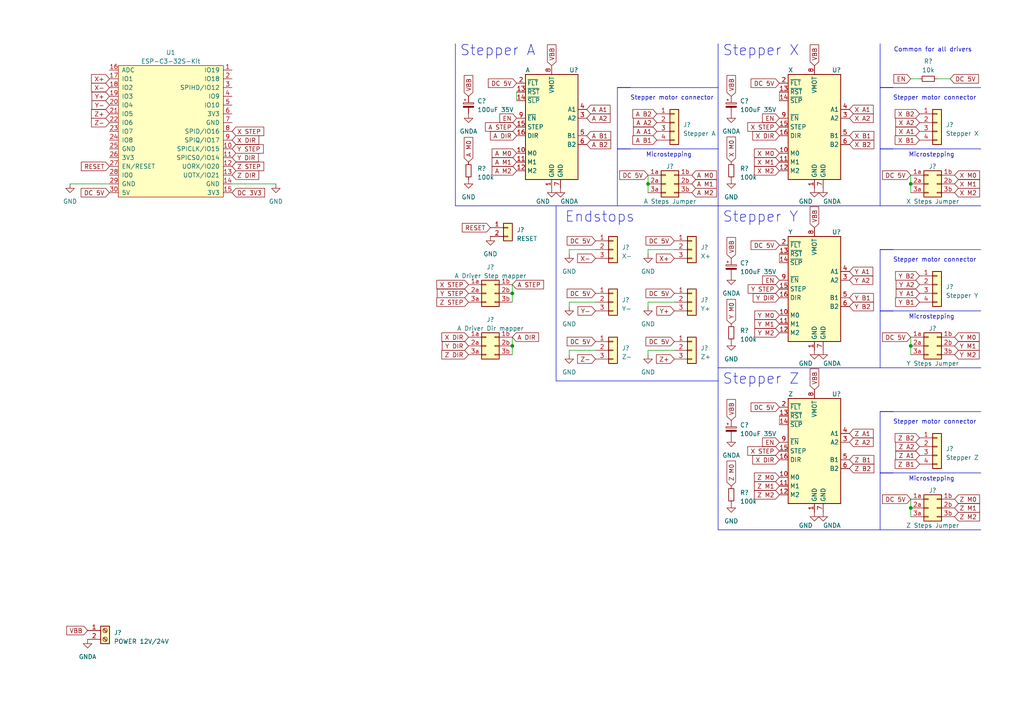
<source format=kicad_sch>
(kicad_sch (version 20220404) (generator eeschema)
  (paper "A4")
  (title_block (title "UniCNC") (date "2022-07-10") (rev "V1.0") (company "Author: i7d3v3l0p3r"))
  (lib_symbols
    (symbol "Connector:Screw_Terminal_01x02" (pin_names (offset 1.016) hide)
      (property "Reference" "J" (at 0 2.54 0))
      (property "Value" "Screw_Terminal_01x02" (at 0 -5.08 0))
      (symbol "Screw_Terminal_01x02_1_1"
        (rectangle (start -1.27 1.27) (end 1.27 -3.81) (stroke (width 0.254)) (fill (type background)))
        (circle (center 0 -2.54) (radius 0.635) (stroke (width 0.1524)))
        (polyline (pts (xy -0.5334 -2.2098) (xy 0.3302 -3.048)) (stroke (width 0.1524)))
        (polyline (pts (xy -0.5334 0.3302) (xy 0.3302 -0.508)) (stroke (width 0.1524)))
        (polyline (pts (xy -0.3556 -2.032) (xy 0.508 -2.8702)) (stroke (width 0.1524)))
        (polyline (pts (xy -0.3556 0.508) (xy 0.508 -0.3302)) (stroke (width 0.1524)))
        (circle (center 0 0) (radius 0.635) (stroke (width 0.1524)))
        (pin passive line (at -5.08 0 0) (length 3.81) (name "Pin_1") (number "1"))
        (pin passive line (at -5.08 -2.54 0) (length 3.81) (name "Pin_2") (number "2"))
      )
    )
    (symbol "Connector_Generic:Conn_01x02" (pin_names (offset 1.016) hide)
      (property "Reference" "J" (at 0 2.54 0))
      (property "Value" "Conn_01x02" (at 0 -5.08 0))
      (symbol "Conn_01x02_1_1"
        (rectangle (start -1.27 -2.413) (end 0 -2.667) (stroke (width 0.1524)))
        (rectangle (start -1.27 0.127) (end 0 -0.127) (stroke (width 0.1524)))
        (rectangle (start -1.27 1.27) (end 1.27 -3.81) (stroke (width 0.254)) (fill (type background)))
        (pin passive line (at -5.08 0 0) (length 3.81) (name "Pin_1") (number "1"))
        (pin passive line (at -5.08 -2.54 0) (length 3.81) (name "Pin_2") (number "2"))
      )
    )
    (symbol "Connector_Generic:Conn_01x03" (pin_names (offset 1.016) hide)
      (property "Reference" "J" (at 0 5.08 0))
      (property "Value" "Conn_01x03" (at 0 -5.08 0))
      (symbol "Conn_01x03_1_1"
        (rectangle (start -1.27 -2.413) (end 0 -2.667) (stroke (width 0.1524)))
        (rectangle (start -1.27 0.127) (end 0 -0.127) (stroke (width 0.1524)))
        (rectangle (start -1.27 2.667) (end 0 2.413) (stroke (width 0.1524)))
        (rectangle (start -1.27 3.81) (end 1.27 -3.81) (stroke (width 0.254)) (fill (type background)))
        (pin passive line (at -5.08 2.54 0) (length 3.81) (name "Pin_1") (number "1"))
        (pin passive line (at -5.08 0 0) (length 3.81) (name "Pin_2") (number "2"))
        (pin passive line (at -5.08 -2.54 0) (length 3.81) (name "Pin_3") (number "3"))
      )
    )
    (symbol "Connector_Generic:Conn_01x04" (pin_names (offset 1.016) hide)
      (property "Reference" "J" (at 0 5.08 0))
      (property "Value" "Conn_01x04" (at 0 -7.62 0))
      (symbol "Conn_01x04_1_1"
        (rectangle (start -1.27 -4.953) (end 0 -5.207) (stroke (width 0.1524)))
        (rectangle (start -1.27 -2.413) (end 0 -2.667) (stroke (width 0.1524)))
        (rectangle (start -1.27 0.127) (end 0 -0.127) (stroke (width 0.1524)))
        (rectangle (start -1.27 2.667) (end 0 2.413) (stroke (width 0.1524)))
        (rectangle (start -1.27 3.81) (end 1.27 -6.35) (stroke (width 0.254)) (fill (type background)))
        (pin passive line (at -5.08 2.54 0) (length 3.81) (name "Pin_1") (number "1"))
        (pin passive line (at -5.08 0 0) (length 3.81) (name "Pin_2") (number "2"))
        (pin passive line (at -5.08 -2.54 0) (length 3.81) (name "Pin_3") (number "3"))
        (pin passive line (at -5.08 -5.08 0) (length 3.81) (name "Pin_4") (number "4"))
      )
    )
    (symbol "Connector_Generic:Conn_02x03_Row_Letter_Last" (pin_names (offset 1.016) hide)
      (property "Reference" "J" (at 1.27 5.08 0))
      (property "Value" "Conn_02x03_Row_Letter_Last" (at 1.27 -5.08 0))
      (symbol "Conn_02x03_Row_Letter_Last_1_1"
        (rectangle (start -1.27 -2.413) (end 0 -2.667) (stroke (width 0.1524)))
        (rectangle (start -1.27 0.127) (end 0 -0.127) (stroke (width 0.1524)))
        (rectangle (start -1.27 2.667) (end 0 2.413) (stroke (width 0.1524)))
        (rectangle (start -1.27 3.81) (end 3.81 -3.81) (stroke (width 0.254)) (fill (type background)))
        (rectangle (start 3.81 -2.413) (end 2.54 -2.667) (stroke (width 0.1524)))
        (rectangle (start 3.81 0.127) (end 2.54 -0.127) (stroke (width 0.1524)))
        (rectangle (start 3.81 2.667) (end 2.54 2.413) (stroke (width 0.1524)))
        (pin passive line (at -5.08 2.54 0) (length 3.81) (name "Pin_1a") (number "1a"))
        (pin passive line (at 7.62 2.54 180) (length 3.81) (name "Pin_1b") (number "1b"))
        (pin passive line (at -5.08 0 0) (length 3.81) (name "Pin_2a") (number "2a"))
        (pin passive line (at 7.62 0 180) (length 3.81) (name "Pin_2b") (number "2b"))
        (pin passive line (at -5.08 -2.54 0) (length 3.81) (name "Pin_3a") (number "3a"))
        (pin passive line (at 7.62 -2.54 180) (length 3.81) (name "Pin_3b") (number "3b"))
      )
    )
    (symbol "Device:C_Polarized_Small" (pin_numbers hide) (pin_names (offset 0.254) hide)
      (property "Reference" "C" (at 0.254 1.778 0))
      (property "Value" "C_Polarized_Small" (at 0.254 -2.032 0))
      (symbol "C_Polarized_Small_0_1"
        (rectangle (start -1.524 -0.3048) (end 1.524 -0.6858) (fill (type outline)))
        (rectangle (start -1.524 0.6858) (end 1.524 0.3048))
        (polyline (pts (xy -1.27 1.524) (xy -0.762 1.524)))
        (polyline (pts (xy -1.016 1.27) (xy -1.016 1.778)))
      )
      (symbol "C_Polarized_Small_1_1"
        (pin passive line (at 0 2.54 270) (length 1.8542) (name "~") (number "1"))
        (pin passive line (at 0 -2.54 90) (length 1.8542) (name "~") (number "2"))
      )
    )
    (symbol "Device:R_Small" (pin_numbers hide) (pin_names (offset 0.254) hide)
      (property "Reference" "R" (at 0.762 0.508 0))
      (property "Value" "R_Small" (at 0.762 -1.016 0))
      (symbol "R_Small_0_1"
        (rectangle (start -0.762 1.778) (end 0.762 -1.778) (stroke (width 0.2032)))
      )
      (symbol "R_Small_1_1"
        (pin passive line (at 0 2.54 270) (length 0.762) (name "~") (number "1"))
        (pin passive line (at 0 -2.54 90) (length 0.762) (name "~") (number "2"))
      )
    )
    (symbol "Driver_Motor:Pololu_Breakout_DRV8825"
      (property "Reference" "A" (at -2.54 16.51 0))
      (property "Value" "Pololu_Breakout_DRV8825" (at -2.54 13.97 0))
      (symbol "Pololu_Breakout_DRV8825_0_1"
        (rectangle (start 7.62 -17.78) (end -7.62 12.7) (stroke (width 0.254)) (fill (type background)))
      )
      (symbol "Pololu_Breakout_DRV8825_1_1"
        (pin power_in line (at 0 -20.32 90) (length 2.54) (name "GND") (number "1"))
        (pin input line (at -10.16 -10.16 0) (length 2.54) (name "M0") (number "10"))
        (pin input line (at -10.16 -12.7 0) (length 2.54) (name "M1") (number "11"))
        (pin input line (at -10.16 -15.24 0) (length 2.54) (name "M2") (number "12"))
        (pin input line (at -10.16 7.62 0) (length 2.54) (name "~{RST}") (number "13"))
        (pin input line (at -10.16 5.08 0) (length 2.54) (name "~{SLP}") (number "14"))
        (pin input line (at -10.16 -2.54 0) (length 2.54) (name "STEP") (number "15"))
        (pin input line (at -10.16 -5.08 0) (length 2.54) (name "DIR") (number "16"))
        (pin output line (at -10.16 10.16 0) (length 2.54) (name "~{FLT}") (number "2"))
        (pin output line (at 10.16 0 180) (length 2.54) (name "A2") (number "3"))
        (pin output line (at 10.16 2.54 180) (length 2.54) (name "A1") (number "4"))
        (pin output line (at 10.16 -5.08 180) (length 2.54) (name "B1") (number "5"))
        (pin output line (at 10.16 -7.62 180) (length 2.54) (name "B2") (number "6"))
        (pin power_in line (at 2.54 -20.32 90) (length 2.54) (name "GND") (number "7"))
        (pin power_in line (at 0 15.24 270) (length 2.54) (name "VMOT") (number "8"))
        (pin input line (at -10.16 0 0) (length 2.54) (name "~{EN}") (number "9"))
      )
    )
    (symbol "UniCNC-Boards:ESP-C3-32S-Kit" (pin_names (offset 1))
      (property "Reference" "U" (at 0 22.86 0))
      (property "Value" "ESP-C3-32S-Kit" (at 0 20.32 0))
      (symbol "ESP-C3-32S-Kit_0_1"
        (rectangle (start -15.24 19.05) (end 15.24 -19.05) (fill (type background)))
      )
      (symbol "ESP-C3-32S-Kit_1_1"
        (pin bidirectional line (at 17.78 17.78 180) (length 2.54) (name "IO19") (number "1"))
        (pin bidirectional line (at 17.78 -5.08 180) (length 2.54) (name "SPICLK/IO15") (number "10"))
        (pin bidirectional line (at 17.78 -7.62 180) (length 2.54) (name "SPICS0/IO14") (number "11"))
        (pin bidirectional line (at 17.78 -10.16 180) (length 2.54) (name "UORX/IO20") (number "12"))
        (pin bidirectional line (at 17.78 -12.7 180) (length 2.54) (name "UOTX/IO21") (number "13"))
        (pin bidirectional line (at 17.78 -15.24 180) (length 2.54) (name "GND") (number "14"))
        (pin bidirectional line (at 17.78 -17.78 180) (length 2.54) (name "3V3") (number "15"))
        (pin bidirectional line (at -17.78 17.78 0) (length 2.54) (name "ADC") (number "16"))
        (pin bidirectional line (at -17.78 15.24 0) (length 2.54) (name "IO1") (number "17"))
        (pin bidirectional line (at -17.78 12.7 0) (length 2.54) (name "IO2") (number "18"))
        (pin bidirectional line (at -17.78 10.16 0) (length 2.54) (name "IO3") (number "19"))
        (pin bidirectional line (at 17.78 15.24 180) (length 2.54) (name "IO18") (number "2"))
        (pin bidirectional line (at -17.78 7.62 0) (length 2.54) (name "IO4") (number "20"))
        (pin bidirectional line (at -17.78 5.08 0) (length 2.54) (name "IO5") (number "21"))
        (pin bidirectional line (at -17.78 2.54 0) (length 2.54) (name "IO6") (number "22"))
        (pin bidirectional line (at -17.78 0 0) (length 2.54) (name "IO7") (number "23"))
        (pin bidirectional line (at -17.78 -2.54 0) (length 2.54) (name "IO8") (number "24"))
        (pin bidirectional line (at -17.78 -5.08 0) (length 2.54) (name "GND") (number "25"))
        (pin bidirectional line (at -17.78 -7.62 0) (length 2.54) (name "3V3") (number "26"))
        (pin bidirectional line (at -17.78 -10.16 0) (length 2.54) (name "EN/RESET") (number "27"))
        (pin bidirectional line (at -17.78 -12.7 0) (length 2.54) (name "IO0") (number "28"))
        (pin bidirectional line (at -17.78 -15.24 0) (length 2.54) (name "GND") (number "29"))
        (pin bidirectional line (at 17.78 12.7 180) (length 2.54) (name "SPIHD/IO12") (number "3"))
        (pin bidirectional line (at -17.78 -17.78 0) (length 2.54) (name "5V") (number "30"))
        (pin bidirectional line (at 17.78 10.16 180) (length 2.54) (name "IO9") (number "4"))
        (pin bidirectional line (at 17.78 7.62 180) (length 2.54) (name "IO10") (number "5"))
        (pin bidirectional line (at 17.78 5.08 180) (length 2.54) (name "3V3") (number "6"))
        (pin bidirectional line (at 17.78 2.54 180) (length 2.54) (name "GND") (number "7"))
        (pin bidirectional line (at 17.78 0 180) (length 2.54) (name "SPID/IO16") (number "8"))
        (pin bidirectional line (at 17.78 -2.54 180) (length 2.54) (name "SPIQ/IO17") (number "9"))
      )
    )
    (symbol "power:GND" (power) (pin_names (offset 0))
      (property "Value" "GND" (at 0 -3.81 0))
      (symbol "GND_0_1"
        (polyline (pts (xy 0 0) (xy 0 -1.27) (xy 1.27 -1.27) (xy 0 -2.54) (xy -1.27 -1.27) (xy 0 -1.27)))
      )
      (symbol "GND_1_1"
        (pin power_in line (at 0 0 270) (length 0) hide (name "GND") (number "1"))
      )
    )
    (symbol "power:GNDA" (power) (pin_names (offset 0))
      (property "Value" "GNDA" (at 0 -3.81 0))
      (symbol "GNDA_0_1"
        (polyline (pts (xy 0 0) (xy 0 -1.27) (xy 1.27 -1.27) (xy 0 -2.54) (xy -1.27 -1.27) (xy 0 -1.27)))
      )
      (symbol "GNDA_1_1"
        (pin power_in line (at 0 0 270) (length 0) hide (name "GNDA") (number "1"))
      )
    )
  )
  (junction (at 148.59 100.33))
  (junction (at 264.16 53.34))
  (junction (at 264.16 100.33))
  (junction (at 264.16 147.32))
  (junction (at 148.59 85.09))
  (junction (at 187.96 53.34))
  (wire (pts (xy 264.16 50.8) (xy 264.16 53.34)))
  (polyline (pts (xy 179.07 43.18) (xy 182.88 43.18)))
  (wire (pts (xy 187.96 50.8) (xy 187.96 53.34)))
  (wire (pts (xy 264.16 97.79) (xy 264.16 100.33)))
  (wire (pts (xy 195.58 72.39) (xy 187.96 72.39)))
  (wire (pts (xy 148.59 100.33) (xy 148.59 102.87)))
  (polyline (pts (xy 208.28 25.4) (xy 179.07 25.4)))
  (wire (pts (xy 187.96 87.63) (xy 187.96 88.9)))
  (wire (pts (xy 264.16 147.32) (xy 264.16 149.86)))
  (polyline (pts (xy 179.07 43.18) (xy 179.07 59.69)))
  (wire (pts (xy 264.16 100.33) (xy 264.16 102.87)))
  (wire (pts (xy 148.59 82.55) (xy 148.59 85.09)))
  (wire (pts (xy 195.58 101.6) (xy 187.96 101.6)))
  (wire (pts (xy 67.31 53.34) (xy 80.01 53.34)))
  (wire (pts (xy 264.16 22.86) (xy 266.7 22.86)))
  (polyline (pts (xy 284.48 72.39) (xy 255.27 72.39)))
  (polyline (pts (xy 255.27 137.16) (xy 259.08 137.16)))
  (wire (pts (xy 264.16 53.34) (xy 264.16 55.88)))
  (polyline (pts (xy 284.48 119.38) (xy 255.27 119.38)))
  (wire (pts (xy 165.1 72.39) (xy 165.1 73.66)))
  (wire (pts (xy 149.86 26.67) (xy 149.86 29.21)))
  (polyline (pts (xy 208.28 153.67) (xy 284.48 153.67)) (stroke (width 0) (type solid)))
  (polyline (pts (xy 284.48 25.4) (xy 255.27 25.4)))
  (polyline (pts (xy 255.27 90.17) (xy 284.48 90.17)))
  (polyline (pts (xy 255.27 72.39) (xy 259.08 72.39)))
  (polyline (pts (xy 208.28 106.68) (xy 284.48 106.68)) (stroke (width 0) (type solid)))
  (wire (pts (xy 226.06 26.67) (xy 226.06 29.21)))
  (wire (pts (xy 187.96 101.6) (xy 187.96 102.87)))
  (polyline (pts (xy 179.07 43.18) (xy 208.28 43.18)))
  (polyline (pts (xy 255.27 12.7) (xy 255.27 25.4)))
  (polyline (pts (xy 255.27 43.18) (xy 284.48 43.18)))
  (wire (pts (xy 148.59 97.79) (xy 148.59 100.33)))
  (polyline (pts (xy 255.27 25.4) (xy 259.08 25.4)))
  (polyline (pts (xy 132.08 59.69) (xy 208.28 59.69)) (stroke (width 0) (type solid)))
  (polyline (pts (xy 255.27 72.39) (xy 255.27 90.17)))
  (polyline (pts (xy 161.29 59.69) (xy 161.29 110.49)) (stroke (width 0) (type solid)))
  (wire (pts (xy 172.72 101.6) (xy 165.1 101.6)))
  (polyline (pts (xy 179.07 25.4) (xy 179.07 43.18)))
  (wire (pts (xy 20.32 53.34) (xy 31.75 53.34)))
  (polyline (pts (xy 208.28 106.68) (xy 208.28 153.67)) (stroke (width 0) (type solid)))
  (polyline (pts (xy 255.27 119.38) (xy 259.08 119.38)))
  (polyline (pts (xy 255.27 43.18) (xy 259.08 43.18)))
  (wire (pts (xy 226.06 120.65) (xy 226.06 123.19)))
  (wire (pts (xy 165.1 101.6) (xy 165.1 102.87)))
  (polyline (pts (xy 255.27 90.17) (xy 259.08 90.17)))
  (polyline (pts (xy 255.27 119.38) (xy 255.27 137.16)))
  (polyline (pts (xy 255.27 43.18) (xy 255.27 59.69)))
  (polyline (pts (xy 208.28 59.69) (xy 208.28 106.68)) (stroke (width 0) (type solid)))
  (wire (pts (xy 187.96 72.39) (xy 187.96 73.66)))
  (wire (pts (xy 172.72 72.39) (xy 165.1 72.39)))
  (wire (pts (xy 264.16 144.78) (xy 264.16 147.32)))
  (wire (pts (xy 172.72 87.63) (xy 165.1 87.63)))
  (polyline (pts (xy 179.07 25.4) (xy 182.88 25.4)))
  (polyline (pts (xy 132.08 12.7) (xy 132.08 59.69)) (stroke (width 0) (type solid)))
  (wire (pts (xy 195.58 87.63) (xy 187.96 87.63)))
  (polyline (pts (xy 255.27 137.16) (xy 284.48 137.16)))
  (wire (pts (xy 165.1 87.63) (xy 165.1 88.9)))
  (polyline (pts (xy 208.28 12.7) (xy 208.28 59.69)) (stroke (width 0) (type solid)))
  (wire (pts (xy 226.06 73.66) (xy 226.06 76.2)))
  (polyline (pts (xy 255.27 25.4) (xy 255.27 43.18)))
  (polyline (pts (xy 255.27 137.16) (xy 255.27 153.67)))
  (wire (pts (xy 271.78 22.86) (xy 275.59 22.86)))
  (wire (pts (xy 187.96 53.34) (xy 187.96 55.88)))
  (polyline (pts (xy 255.27 90.17) (xy 255.27 106.68)))
  (wire (pts (xy 148.59 85.09) (xy 148.59 87.63)))
  (polyline (pts (xy 208.28 59.69) (xy 284.48 59.69)) (stroke (width 0) (type solid)))
  (polyline (pts (xy 161.29 110.49) (xy 208.28 110.49)) (stroke (width 0) (type solid)))
  (text "Microstepping\n" (at 200.66 45.72 0) (effects (font (size 1.27 1.27)) (justify right bottom)))
  (text "Stepper motor connector\n" (at 207.01 29.21 0) (effects (font (size 1.27 1.27)) (justify right bottom)))
  (text "Microstepping\n" (at 276.86 92.71 0) (effects (font (size 1.27 1.27)) (justify right bottom)))
  (text "Stepper motor connector\n" (at 283.21 29.21 0) (effects (font (size 1.27 1.27)) (justify right bottom)))
  (text "Common for all drivers" (at 281.94 15.24 0) (effects (font (size 1.27 1.27)) (justify right bottom)))
  (text "Microstepping\n" (at 276.86 139.7 0) (effects (font (size 1.27 1.27)) (justify right bottom)))
  (text "Stepper Z\n" (at 209.55 111.76 0) (effects (font (size 3 3)) (justify left bottom)))
  (text "Stepper Y" (at 209.55 64.77 0) (effects (font (size 3 3)) (justify left bottom)))
  (text "Stepper A\n" (at 133.35 16.51 0) (effects (font (size 3 3)) (justify left bottom)))
  (text "Endstops\n" (at 184.15 64.77 0) (effects (font (size 3 3)) (justify right bottom)))
  (text "Microstepping\n" (at 276.86 45.72 0) (effects (font (size 1.27 1.27)) (justify right bottom)))
  (text "Stepper motor connector\n" (at 283.21 123.19 0) (effects (font (size 1.27 1.27)) (justify right bottom)))
  (text "Stepper X\n" (at 209.55 16.51 0) (effects (font (size 3 3)) (justify left bottom)))
  (text "Stepper motor connector\n" (at 283.21 76.2 0) (effects (font (size 1.27 1.27)) (justify right bottom)))
  (global_label "EN" (shape input) (at 226.06 34.29 180) (property "Intersheetrefs" "${INTERSHEET_REFS}" (effects hide)))
  (global_label "Z+" (shape input) (at 31.75 33.02 180) (property "Intersheetrefs" "${INTERSHEET_REFS}" (effects hide)))
  (global_label "Y M0" (shape input) (at 226.06 91.44 180) (property "Intersheetrefs" "${INTERSHEET_REFS}" (effects hide)))
  (global_label "Z STEP" (shape input) (at 135.89 87.63 180) (property "Intersheetrefs" "${INTERSHEET_REFS}" (effects hide)))
  (global_label "Y B2" (shape input) (at 266.7 80.01 180) (property "Intersheetrefs" "${INTERSHEET_REFS}" (effects hide)))
  (global_label "VBB" (shape input) (at 212.09 27.94 90) (property "Intersheetrefs" "${INTERSHEET_REFS}" (effects hide)))
  (global_label "Y M2" (shape input) (at 226.06 96.52 180) (property "Intersheetrefs" "${INTERSHEET_REFS}" (effects hide)))
  (global_label "A M0" (shape input) (at 135.89 46.99 90) (property "Intersheetrefs" "${INTERSHEET_REFS}" (effects hide)))
  (global_label "A M0" (shape input) (at 149.86 44.45 180) (property "Intersheetrefs" "${INTERSHEET_REFS}" (effects hide)))
  (global_label "A M1" (shape input) (at 200.66 53.34 0) (property "Intersheetrefs" "${INTERSHEET_REFS}" (effects hide)))
  (global_label "A M2" (shape input) (at 200.66 55.88 0) (property "Intersheetrefs" "${INTERSHEET_REFS}" (effects hide)))
  (global_label "DC 5V" (shape input) (at 264.16 144.78 180) (property "Intersheetrefs" "${INTERSHEET_REFS}" (effects hide)))
  (global_label "A A2" (shape input) (at 170.18 34.29 0) (property "Intersheetrefs" "${INTERSHEET_REFS}" (effects hide)))
  (global_label "RESET" (shape input) (at 31.75 48.26 180) (property "Intersheetrefs" "${INTERSHEET_REFS}" (effects hide)))
  (global_label "DC 5V" (shape input) (at 264.16 50.8 180) (property "Intersheetrefs" "${INTERSHEET_REFS}" (effects hide)))
  (global_label "VBB" (shape input) (at 25.4 182.88 180) (property "Intersheetrefs" "${INTERSHEET_REFS}" (effects hide)))
  (global_label "A A1" (shape input) (at 170.18 31.75 0) (property "Intersheetrefs" "${INTERSHEET_REFS}" (effects hide)))
  (global_label "Y STEP" (shape input) (at 226.06 83.82 180) (property "Intersheetrefs" "${INTERSHEET_REFS}" (effects hide)))
  (global_label "Y-" (shape input) (at 172.72 90.17 180) (property "Intersheetrefs" "${INTERSHEET_REFS}" (effects hide)))
  (global_label "X B1" (shape input) (at 266.7 40.64 180) (property "Intersheetrefs" "${INTERSHEET_REFS}" (effects hide)))
  (global_label "Z B1" (shape input) (at 246.38 133.35 0) (property "Intersheetrefs" "${INTERSHEET_REFS}" (effects hide)))
  (global_label "Y B1" (shape input) (at 246.38 86.36 0) (property "Intersheetrefs" "${INTERSHEET_REFS}" (effects hide)))
  (global_label "Y B1" (shape input) (at 266.7 87.63 180) (property "Intersheetrefs" "${INTERSHEET_REFS}" (effects hide)))
  (global_label "Y DIR" (shape input) (at 135.89 100.33 180) (property "Intersheetrefs" "${INTERSHEET_REFS}" (effects hide)))
  (global_label "VBB" (shape input) (at 236.22 113.03 90) (property "Intersheetrefs" "${INTERSHEET_REFS}" (effects hide)))
  (global_label "Z M0" (shape input) (at 226.06 138.43 180) (property "Intersheetrefs" "${INTERSHEET_REFS}" (effects hide)))
  (global_label "X M1" (shape input) (at 276.86 53.34 0) (property "Intersheetrefs" "${INTERSHEET_REFS}" (effects hide)))
  (global_label "EN" (shape input) (at 226.06 81.28 180) (property "Intersheetrefs" "${INTERSHEET_REFS}" (effects hide)))
  (global_label "A STEP" (shape input) (at 148.59 82.55 0) (property "Intersheetrefs" "${INTERSHEET_REFS}" (effects hide)))
  (global_label "DC 5V" (shape input) (at 195.58 99.06 180) (property "Intersheetrefs" "${INTERSHEET_REFS}" (effects hide)))
  (global_label "Y+" (shape input) (at 195.58 90.17 180) (property "Intersheetrefs" "${INTERSHEET_REFS}" (effects hide)))
  (global_label "VBB" (shape input) (at 236.22 19.05 90) (property "Intersheetrefs" "${INTERSHEET_REFS}" (effects hide)))
  (global_label "Y DIR" (shape input) (at 226.06 86.36 180) (property "Intersheetrefs" "${INTERSHEET_REFS}" (effects hide)))
  (global_label "Z M1" (shape input) (at 276.86 147.32 0) (property "Intersheetrefs" "${INTERSHEET_REFS}" (effects hide)))
  (global_label "RESET" (shape input) (at 142.24 66.04 180) (property "Intersheetrefs" "${INTERSHEET_REFS}" (effects hide)))
  (global_label "VBB" (shape input) (at 212.09 121.92 90) (property "Intersheetrefs" "${INTERSHEET_REFS}" (effects hide)))
  (global_label "Z STEP" (shape input) (at 67.31 48.26 0) (property "Intersheetrefs" "${INTERSHEET_REFS}" (effects hide)))
  (global_label "Y M2" (shape input) (at 276.86 102.87 0) (property "Intersheetrefs" "${INTERSHEET_REFS}" (effects hide)))
  (global_label "Z DIR" (shape input) (at 67.31 50.8 0) (property "Intersheetrefs" "${INTERSHEET_REFS}" (effects hide)))
  (global_label "Z A2" (shape input) (at 266.7 129.54 180) (property "Intersheetrefs" "${INTERSHEET_REFS}" (effects hide)))
  (global_label "X M2" (shape input) (at 276.86 55.88 0) (property "Intersheetrefs" "${INTERSHEET_REFS}" (effects hide)))
  (global_label "A B1" (shape input) (at 190.5 40.64 180) (property "Intersheetrefs" "${INTERSHEET_REFS}" (effects hide)))
  (global_label "Y M0" (shape input) (at 276.86 97.79 0) (property "Intersheetrefs" "${INTERSHEET_REFS}" (effects hide)))
  (global_label "DC 5V" (shape input) (at 172.72 69.85 180) (property "Intersheetrefs" "${INTERSHEET_REFS}" (effects hide)))
  (global_label "Y DIR" (shape input) (at 67.31 45.72 0) (property "Intersheetrefs" "${INTERSHEET_REFS}" (effects hide)))
  (global_label "Z A1" (shape input) (at 266.7 132.08 180) (property "Intersheetrefs" "${INTERSHEET_REFS}" (effects hide)))
  (global_label "Z M0" (shape input) (at 212.09 140.97 90) (property "Intersheetrefs" "${INTERSHEET_REFS}" (effects hide)))
  (global_label "X STEP" (shape input) (at 135.89 82.55 180) (property "Intersheetrefs" "${INTERSHEET_REFS}" (effects hide)))
  (global_label "A B2" (shape input) (at 190.5 33.02 180) (property "Intersheetrefs" "${INTERSHEET_REFS}" (effects hide)))
  (global_label "DC 5V" (shape input) (at 226.06 71.12 180) (property "Intersheetrefs" "${INTERSHEET_REFS}" (effects hide)))
  (global_label "Z M2" (shape input) (at 226.06 143.51 180) (property "Intersheetrefs" "${INTERSHEET_REFS}" (effects hide)))
  (global_label "X STEP" (shape input) (at 226.06 130.81 180) (property "Intersheetrefs" "${INTERSHEET_REFS}" (effects hide)))
  (global_label "Z-" (shape input) (at 172.72 104.14 180) (property "Intersheetrefs" "${INTERSHEET_REFS}" (effects hide)))
  (global_label "X M0" (shape input) (at 212.09 46.99 90) (property "Intersheetrefs" "${INTERSHEET_REFS}" (effects hide)))
  (global_label "VBB" (shape input) (at 236.22 66.04 90) (property "Intersheetrefs" "${INTERSHEET_REFS}" (effects hide)))
  (global_label "Y M1" (shape input) (at 226.06 93.98 180) (property "Intersheetrefs" "${INTERSHEET_REFS}" (effects hide)))
  (global_label "A M1" (shape input) (at 149.86 46.99 180) (property "Intersheetrefs" "${INTERSHEET_REFS}" (effects hide)))
  (global_label "DC 5V" (shape input) (at 264.16 97.79 180) (property "Intersheetrefs" "${INTERSHEET_REFS}" (effects hide)))
  (global_label "A A2" (shape input) (at 190.5 35.56 180) (property "Intersheetrefs" "${INTERSHEET_REFS}" (effects hide)))
  (global_label "DC 3V3" (shape input) (at 67.31 55.88 0) (property "Intersheetrefs" "${INTERSHEET_REFS}" (effects hide)))
  (global_label "Y A2" (shape input) (at 266.7 82.55 180) (property "Intersheetrefs" "${INTERSHEET_REFS}" (effects hide)))
  (global_label "Y STEP" (shape input) (at 135.89 85.09 180) (property "Intersheetrefs" "${INTERSHEET_REFS}" (effects hide)))
  (global_label "X DIR" (shape input) (at 135.89 97.79 180) (property "Intersheetrefs" "${INTERSHEET_REFS}" (effects hide)))
  (global_label "X DIR" (shape input) (at 226.06 133.35 180) (property "Intersheetrefs" "${INTERSHEET_REFS}" (effects hide)))
  (global_label "X+" (shape input) (at 31.75 22.86 180) (property "Intersheetrefs" "${INTERSHEET_REFS}" (effects hide)))
  (global_label "VBB" (shape input) (at 212.09 74.93 90) (property "Intersheetrefs" "${INTERSHEET_REFS}" (effects hide)))
  (global_label "DC 5V" (shape input) (at 172.72 85.09 180) (property "Intersheetrefs" "${INTERSHEET_REFS}" (effects hide)))
  (global_label "DC 5V" (shape input) (at 172.72 99.06 180) (property "Intersheetrefs" "${INTERSHEET_REFS}" (effects hide)))
  (global_label "X DIR" (shape input) (at 67.31 40.64 0) (property "Intersheetrefs" "${INTERSHEET_REFS}" (effects hide)))
  (global_label "X STEP" (shape input) (at 226.06 36.83 180) (property "Intersheetrefs" "${INTERSHEET_REFS}" (effects hide)))
  (global_label "X+" (shape input) (at 195.58 74.93 180) (property "Intersheetrefs" "${INTERSHEET_REFS}" (effects hide)))
  (global_label "A DIR" (shape input) (at 149.86 39.37 180) (property "Intersheetrefs" "${INTERSHEET_REFS}" (effects hide)))
  (global_label "A B1" (shape input) (at 170.18 39.37 0) (property "Intersheetrefs" "${INTERSHEET_REFS}" (effects hide)))
  (global_label "X A2" (shape input) (at 266.7 35.56 180) (property "Intersheetrefs" "${INTERSHEET_REFS}" (effects hide)))
  (global_label "X DIR" (shape input) (at 226.06 39.37 180) (property "Intersheetrefs" "${INTERSHEET_REFS}" (effects hide)))
  (global_label "X A2" (shape input) (at 246.38 34.29 0) (property "Intersheetrefs" "${INTERSHEET_REFS}" (effects hide)))
  (global_label "X STEP" (shape input) (at 67.31 38.1 0) (property "Intersheetrefs" "${INTERSHEET_REFS}" (effects hide)))
  (global_label "Y M1" (shape input) (at 276.86 100.33 0) (property "Intersheetrefs" "${INTERSHEET_REFS}" (effects hide)))
  (global_label "Z B2" (shape input) (at 246.38 135.89 0) (property "Intersheetrefs" "${INTERSHEET_REFS}" (effects hide)))
  (global_label "X A1" (shape input) (at 246.38 31.75 0) (property "Intersheetrefs" "${INTERSHEET_REFS}" (effects hide)))
  (global_label "X M1" (shape input) (at 226.06 46.99 180) (property "Intersheetrefs" "${INTERSHEET_REFS}" (effects hide)))
  (global_label "X B1" (shape input) (at 246.38 39.37 0) (property "Intersheetrefs" "${INTERSHEET_REFS}" (effects hide)))
  (global_label "X M2" (shape input) (at 226.06 49.53 180) (property "Intersheetrefs" "${INTERSHEET_REFS}" (effects hide)))
  (global_label "A M2" (shape input) (at 149.86 49.53 180) (property "Intersheetrefs" "${INTERSHEET_REFS}" (effects hide)))
  (global_label "DC 5V" (shape input) (at 226.06 24.13 180) (property "Intersheetrefs" "${INTERSHEET_REFS}" (effects hide)))
  (global_label "Z M2" (shape input) (at 276.86 149.86 0) (property "Intersheetrefs" "${INTERSHEET_REFS}" (effects hide)))
  (global_label "Y M0" (shape input) (at 212.09 93.98 90) (property "Intersheetrefs" "${INTERSHEET_REFS}" (effects hide)))
  (global_label "Z A1" (shape input) (at 246.38 125.73 0) (property "Intersheetrefs" "${INTERSHEET_REFS}" (effects hide)))
  (global_label "Z-" (shape input) (at 31.75 35.56 180) (property "Intersheetrefs" "${INTERSHEET_REFS}" (effects hide)))
  (global_label "X B2" (shape input) (at 246.38 41.91 0) (property "Intersheetrefs" "${INTERSHEET_REFS}" (effects hide)))
  (global_label "X M0" (shape input) (at 226.06 44.45 180) (property "Intersheetrefs" "${INTERSHEET_REFS}" (effects hide)))
  (global_label "Z B1" (shape input) (at 266.7 134.62 180) (property "Intersheetrefs" "${INTERSHEET_REFS}" (effects hide)))
  (global_label "A B2" (shape input) (at 170.18 41.91 0) (property "Intersheetrefs" "${INTERSHEET_REFS}" (effects hide)))
  (global_label "VBB" (shape input) (at 135.89 27.94 90) (property "Intersheetrefs" "${INTERSHEET_REFS}" (effects hide)))
  (global_label "Y STEP" (shape input) (at 67.31 43.18 0) (property "Intersheetrefs" "${INTERSHEET_REFS}" (effects hide)))
  (global_label "DC 5V" (shape input) (at 149.86 24.13 180) (property "Intersheetrefs" "${INTERSHEET_REFS}" (effects hide)))
  (global_label "X-" (shape input) (at 31.75 25.4 180) (property "Intersheetrefs" "${INTERSHEET_REFS}" (effects hide)))
  (global_label "Z A2" (shape input) (at 246.38 128.27 0) (property "Intersheetrefs" "${INTERSHEET_REFS}" (effects hide)))
  (global_label "Y A1" (shape input) (at 246.38 78.74 0) (property "Intersheetrefs" "${INTERSHEET_REFS}" (effects hide)))
  (global_label "A STEP" (shape input) (at 149.86 36.83 180) (property "Intersheetrefs" "${INTERSHEET_REFS}" (effects hide)))
  (global_label "A A1" (shape input) (at 190.5 38.1 180) (property "Intersheetrefs" "${INTERSHEET_REFS}" (effects hide)))
  (global_label "DC 5V" (shape input) (at 187.96 50.8 180) (property "Intersheetrefs" "${INTERSHEET_REFS}" (effects hide)))
  (global_label "DC 5V" (shape input) (at 195.58 85.09 180) (property "Intersheetrefs" "${INTERSHEET_REFS}" (effects hide)))
  (global_label "DC 5V" (shape input) (at 275.59 22.86 0) (property "Intersheetrefs" "${INTERSHEET_REFS}" (effects hide)))
  (global_label "DC 5V" (shape input) (at 226.06 118.11 180) (property "Intersheetrefs" "${INTERSHEET_REFS}" (effects hide)))
  (global_label "Y+" (shape input) (at 31.75 27.94 180) (property "Intersheetrefs" "${INTERSHEET_REFS}" (effects hide)))
  (global_label "X M0" (shape input) (at 276.86 50.8 0) (property "Intersheetrefs" "${INTERSHEET_REFS}" (effects hide)))
  (global_label "Y-" (shape input) (at 31.75 30.48 180) (property "Intersheetrefs" "${INTERSHEET_REFS}" (effects hide)))
  (global_label "Y B2" (shape input) (at 246.38 88.9 0) (property "Intersheetrefs" "${INTERSHEET_REFS}" (effects hide)))
  (global_label "Z+" (shape input) (at 195.58 104.14 180) (property "Intersheetrefs" "${INTERSHEET_REFS}" (effects hide)))
  (global_label "X-" (shape input) (at 172.72 74.93 180) (property "Intersheetrefs" "${INTERSHEET_REFS}" (effects hide)))
  (global_label "EN" (shape input) (at 264.16 22.86 180) (property "Intersheetrefs" "${INTERSHEET_REFS}" (effects hide)))
  (global_label "VBB" (shape input) (at 160.02 19.05 90) (property "Intersheetrefs" "${INTERSHEET_REFS}" (effects hide)))
  (global_label "Y A2" (shape input) (at 246.38 81.28 0) (property "Intersheetrefs" "${INTERSHEET_REFS}" (effects hide)))
  (global_label "X B2" (shape input) (at 266.7 33.02 180) (property "Intersheetrefs" "${INTERSHEET_REFS}" (effects hide)))
  (global_label "DC 5V" (shape input) (at 195.58 69.85 180) (property "Intersheetrefs" "${INTERSHEET_REFS}" (effects hide)))
  (global_label "EN" (shape input) (at 226.06 128.27 180) (property "Intersheetrefs" "${INTERSHEET_REFS}" (effects hide)))
  (global_label "A DIR" (shape input) (at 148.59 97.79 0) (property "Intersheetrefs" "${INTERSHEET_REFS}" (effects hide)))
  (global_label "Z B2" (shape input) (at 266.7 127 180) (property "Intersheetrefs" "${INTERSHEET_REFS}" (effects hide)))
  (global_label "Z M1" (shape input) (at 226.06 140.97 180) (property "Intersheetrefs" "${INTERSHEET_REFS}" (effects hide)))
  (global_label "DC 5V" (shape input) (at 31.75 55.88 180) (property "Intersheetrefs" "${INTERSHEET_REFS}" (effects hide)))
  (global_label "X A1" (shape input) (at 266.7 38.1 180) (property "Intersheetrefs" "${INTERSHEET_REFS}" (effects hide)))
  (global_label "Y A1" (shape input) (at 266.7 85.09 180) (property "Intersheetrefs" "${INTERSHEET_REFS}" (effects hide)))
  (global_label "A M0" (shape input) (at 200.66 50.8 0) (property "Intersheetrefs" "${INTERSHEET_REFS}" (effects hide)))
  (global_label "Z M0" (shape input) (at 276.86 144.78 0) (property "Intersheetrefs" "${INTERSHEET_REFS}" (effects hide)))
  (global_label "EN" (shape input) (at 149.86 34.29 180) (property "Intersheetrefs" "${INTERSHEET_REFS}" (effects hide)))
  (global_label "Z DIR" (shape input) (at 135.89 102.87 180) (property "Intersheetrefs" "${INTERSHEET_REFS}" (effects hide)))
  (symbol (lib_id "power:GNDA") (at 135.89 33.02 0) (unit 1)
    (default_instance (reference "#PWR") (unit 1) (value "GNDA") (footprint ""))
    (property "Reference" "#PWR?" (effects hide))
    (property "Value" "GNDA" (at 135.89 38.1 0))
  )
  (symbol (lib_id "Connector_Generic:Conn_01x04") (at 271.78 129.54 0) (unit 1)
    (default_instance (reference "J") (unit 1) (value "Conn_01x04") (footprint ""))
    (property "Reference" "J?" (at 274.32 130.175 0) (effects (justify left)))
    (property "Value" "Stepper Z" (at 274.32 132.715 0) (effects (justify left)))
  )
  (symbol (lib_id "Connector:Screw_Terminal_01x02") (at 30.48 182.88 0) (unit 1)
    (default_instance (reference "J") (unit 1) (value "Screw_Terminal_01x02") (footprint ""))
    (property "Reference" "J?" (at 33.02 183.515 0) (effects (justify left)))
    (property "Value" "POWER 12V/24V" (at 33.02 186.055 0) (effects (justify left)))
  )
  (symbol (lib_id "Device:R_Small") (at 212.09 49.53 0) (unit 1)
    (default_instance (reference "R") (unit 1) (value "R_Small") (footprint ""))
    (property "Reference" "R?" (at 214.63 48.895 0) (effects (justify left)))
    (property "Value" "100k" (at 214.63 51.435 0) (effects (justify left)))
  )
  (symbol (lib_id "Connector_Generic:Conn_01x03") (at 177.8 101.6 0) (unit 1)
    (default_instance (reference "J") (unit 1) (value "Conn_01x03") (footprint ""))
    (property "Reference" "J?" (at 180.34 100.965 0) (effects (justify left)))
    (property "Value" "Z-" (at 180.34 103.505 0) (effects (justify left)))
  )
  (symbol (lib_id "power:GND") (at 160.02 54.61 0) (unit 1)
    (default_instance (reference "#PWR") (unit 1) (value "GND") (footprint ""))
    (property "Reference" "#PWR?" (effects hide))
    (property "Value" "GND" (at 157.48 58.42 0))
  )
  (symbol (lib_id "Device:R_Small") (at 269.24 22.86 90) (unit 1)
    (default_instance (reference "R") (unit 1) (value "R_Small") (footprint ""))
    (property "Reference" "R?" (at 269.24 17.78 90))
    (property "Value" "10k" (at 269.24 20.32 90))
  )
  (symbol (lib_id "power:GND") (at 236.22 54.61 0) (unit 1)
    (default_instance (reference "#PWR") (unit 1) (value "GND") (footprint ""))
    (property "Reference" "#PWR?" (effects hide))
    (property "Value" "GND" (at 233.68 58.42 0))
  )
  (symbol (lib_id "Connector_Generic:Conn_01x04") (at 271.78 82.55 0) (unit 1)
    (default_instance (reference "J") (unit 1) (value "Conn_01x04") (footprint ""))
    (property "Reference" "J?" (at 274.32 83.185 0) (effects (justify left)))
    (property "Value" "Stepper Y" (at 274.32 85.725 0) (effects (justify left)))
  )
  (symbol (lib_id "Device:C_Polarized_Small") (at 212.09 77.47 0) (unit 1)
    (default_instance (reference "C") (unit 1) (value "C_Polarized_Small") (footprint ""))
    (property "Reference" "C?" (at 214.63 76.2889 0) (effects (justify left)))
    (property "Value" "100uF 35V" (at 214.63 78.8289 0) (effects (justify left)))
  )
  (symbol (lib_id "power:GNDA") (at 212.09 80.01 0) (unit 1)
    (default_instance (reference "#PWR") (unit 1) (value "GNDA") (footprint ""))
    (property "Reference" "#PWR?" (effects hide))
    (property "Value" "GNDA" (at 212.09 85.09 0))
  )
  (symbol (lib_id "Driver_Motor:Pololu_Breakout_DRV8825") (at 236.22 81.28 0) (unit 1)
    (default_instance (reference "A") (unit 1) (value "Pololu_Breakout_DRV8825") (footprint "Module:Pololu_Breakout-16_15.2x20.3mm"))
    (property "Reference" "U?" (at 241.3 67.31 0) (effects (justify left)))
    (property "Value" "Y" (at 228.6 67.31 0) (effects (justify left)))
    (property "Footprint" "Module:Pololu_Breakout-16_15.2x20.3mm" (effects hide))
    (property "Datasheet" "https://www.pololu.com/product/2982" (effects hide))
  )
  (symbol (lib_id "Connector_Generic:Conn_01x03") (at 200.66 87.63 0) (unit 1)
    (default_instance (reference "J") (unit 1) (value "Conn_01x03") (footprint ""))
    (property "Reference" "J?" (at 203.2 86.995 0) (effects (justify left)))
    (property "Value" "Y+" (at 203.2 89.535 0) (effects (justify left)))
  )
  (symbol (lib_id "Connector_Generic:Conn_02x03_Row_Letter_Last") (at 269.24 100.33 0) (unit 1)
    (default_instance (reference "J") (unit 1) (value "Conn_02x03_Row_Letter_Last") (footprint ""))
    (property "Reference" "J?" (at 270.51 95.25 0))
    (property "Value" "Y Steps Jumper" (at 270.51 105.41 0))
  )
  (symbol (lib_id "power:GND") (at 135.89 52.07 0) (unit 1)
    (default_instance (reference "#PWR") (unit 1) (value "GND") (footprint ""))
    (property "Reference" "#PWR?" (effects hide))
    (property "Value" "GND" (at 135.89 57.15 0))
  )
  (symbol (lib_id "Device:R_Small") (at 212.09 96.52 0) (unit 1)
    (default_instance (reference "R") (unit 1) (value "R_Small") (footprint ""))
    (property "Reference" "R?" (at 214.63 95.885 0) (effects (justify left)))
    (property "Value" "100k" (at 214.63 98.425 0) (effects (justify left)))
  )
  (symbol (lib_id "power:GND") (at 165.1 102.87 0) (unit 1)
    (default_instance (reference "#PWR") (unit 1) (value "GND") (footprint ""))
    (property "Reference" "#PWR?" (effects hide))
    (property "Value" "GND" (at 165.1 107.95 0))
  )
  (symbol (lib_id "power:GND") (at 212.09 52.07 0) (unit 1)
    (default_instance (reference "#PWR") (unit 1) (value "GND") (footprint ""))
    (property "Reference" "#PWR?" (effects hide))
    (property "Value" "GND" (at 212.09 57.15 0))
  )
  (symbol (lib_id "power:GNDA") (at 238.76 101.6 0) (unit 1)
    (default_instance (reference "#PWR") (unit 1) (value "GNDA") (footprint ""))
    (property "Reference" "#PWR?" (effects hide))
    (property "Value" "GNDA" (at 241.3 105.41 0))
  )
  (symbol (lib_id "Connector_Generic:Conn_02x03_Row_Letter_Last") (at 269.24 147.32 0) (unit 1)
    (default_instance (reference "J") (unit 1) (value "Conn_02x03_Row_Letter_Last") (footprint ""))
    (property "Reference" "J?" (at 270.51 142.24 0))
    (property "Value" "Z Steps Jumper" (at 270.51 152.4 0))
  )
  (symbol (lib_id "UniCNC-Boards:ESP-C3-32S-Kit") (at 49.53 38.1 0) (unit 1)
    (default_instance (reference "U") (unit 1) (value "ESP-C3-32S-Kit") (footprint ""))
    (property "Reference" "U1" (at 49.53 15.24 0))
    (property "Value" "ESP-C3-32S-Kit" (at 49.53 17.78 0))
    (property "Footprint" "UniCNC-Boards:ESP-C3-32S-Kit" (effects hide))
  )
  (symbol (lib_id "power:GNDA") (at 162.56 54.61 0) (unit 1)
    (default_instance (reference "#PWR") (unit 1) (value "GNDA") (footprint ""))
    (property "Reference" "#PWR?" (effects hide))
    (property "Value" "GNDA" (at 165.1 58.42 0))
  )
  (symbol (lib_id "power:GND") (at 187.96 88.9 0) (unit 1)
    (default_instance (reference "#PWR") (unit 1) (value "GND") (footprint ""))
    (property "Reference" "#PWR?" (effects hide))
    (property "Value" "GND" (at 187.96 93.98 0))
  )
  (symbol (lib_id "power:GND") (at 236.22 148.59 0) (unit 1)
    (default_instance (reference "#PWR") (unit 1) (value "GND") (footprint ""))
    (property "Reference" "#PWR?" (effects hide))
    (property "Value" "GND" (at 233.68 152.4 0))
  )
  (symbol (lib_id "power:GND") (at 212.09 99.06 0) (unit 1)
    (default_instance (reference "#PWR") (unit 1) (value "GND") (footprint ""))
    (property "Reference" "#PWR?" (effects hide))
    (property "Value" "GND" (at 212.09 104.14 0))
  )
  (symbol (lib_id "Connector_Generic:Conn_02x03_Row_Letter_Last") (at 269.24 53.34 0) (unit 1)
    (default_instance (reference "J") (unit 1) (value "Conn_02x03_Row_Letter_Last") (footprint ""))
    (property "Reference" "J?" (at 270.51 48.26 0))
    (property "Value" "X Steps Jumper" (at 270.51 58.42 0))
  )
  (symbol (lib_id "Connector_Generic:Conn_01x02") (at 147.32 66.04 0) (unit 1)
    (default_instance (reference "J") (unit 1) (value "Conn_01x02") (footprint ""))
    (property "Reference" "J?" (at 149.86 66.675 0) (effects (justify left)))
    (property "Value" "RESET" (at 149.86 69.215 0) (effects (justify left)))
  )
  (symbol (lib_id "Connector_Generic:Conn_01x04") (at 271.78 35.56 0) (unit 1)
    (default_instance (reference "J") (unit 1) (value "Conn_01x04") (footprint ""))
    (property "Reference" "J?" (at 274.32 36.195 0) (effects (justify left)))
    (property "Value" "Stepper X" (at 274.32 38.735 0) (effects (justify left)))
  )
  (symbol (lib_id "power:GNDA") (at 212.09 127 0) (unit 1)
    (default_instance (reference "#PWR") (unit 1) (value "GNDA") (footprint ""))
    (property "Reference" "#PWR?" (effects hide))
    (property "Value" "GNDA" (at 212.09 132.08 0))
  )
  (symbol (lib_id "power:GNDA") (at 238.76 148.59 0) (unit 1)
    (default_instance (reference "#PWR") (unit 1) (value "GNDA") (footprint ""))
    (property "Reference" "#PWR?" (effects hide))
    (property "Value" "GNDA" (at 241.3 152.4 0))
  )
  (symbol (lib_id "Device:C_Polarized_Small") (at 135.89 30.48 0) (unit 1)
    (default_instance (reference "C") (unit 1) (value "C_Polarized_Small") (footprint ""))
    (property "Reference" "C?" (at 138.43 29.2989 0) (effects (justify left)))
    (property "Value" "100uF 35V" (at 138.43 31.8389 0) (effects (justify left)))
  )
  (symbol (lib_id "power:GND") (at 142.24 68.58 0) (unit 1)
    (default_instance (reference "#PWR") (unit 1) (value "GND") (footprint ""))
    (property "Reference" "#PWR?" (effects hide))
    (property "Value" "GND" (at 142.24 73.66 0))
  )
  (symbol (lib_id "Driver_Motor:Pololu_Breakout_DRV8825") (at 160.02 34.29 0) (unit 1)
    (default_instance (reference "A") (unit 1) (value "Pololu_Breakout_DRV8825") (footprint "Module:Pololu_Breakout-16_15.2x20.3mm"))
    (property "Reference" "U?" (at 165.1 20.32 0) (effects (justify left)))
    (property "Value" "A" (at 152.4 20.32 0) (effects (justify left)))
    (property "Footprint" "Module:Pololu_Breakout-16_15.2x20.3mm" (effects hide))
    (property "Datasheet" "https://www.pololu.com/product/2982" (effects hide))
  )
  (symbol (lib_id "Connector_Generic:Conn_01x03") (at 177.8 87.63 0) (unit 1)
    (default_instance (reference "J") (unit 1) (value "Conn_01x03") (footprint ""))
    (property "Reference" "J?" (at 180.34 86.995 0) (effects (justify left)))
    (property "Value" "Y-" (at 180.34 89.535 0) (effects (justify left)))
  )
  (symbol (lib_id "power:GND") (at 20.32 53.34 0) (unit 1)
    (default_instance (reference "#PWR") (unit 1) (value "GND") (footprint ""))
    (property "Reference" "#PWR?" (effects hide))
    (property "Value" "GND" (at 20.32 58.42 0))
  )
  (symbol (lib_id "power:GND") (at 236.22 101.6 0) (unit 1)
    (default_instance (reference "#PWR") (unit 1) (value "GND") (footprint ""))
    (property "Reference" "#PWR?" (effects hide))
    (property "Value" "GND" (at 233.68 105.41 0))
  )
  (symbol (lib_id "power:GND") (at 212.09 146.05 0) (unit 1)
    (default_instance (reference "#PWR") (unit 1) (value "GND") (footprint ""))
    (property "Reference" "#PWR?" (effects hide))
    (property "Value" "GND" (at 212.09 151.13 0))
  )
  (symbol (lib_id "Connector_Generic:Conn_01x03") (at 177.8 72.39 0) (unit 1)
    (default_instance (reference "J") (unit 1) (value "Conn_01x03") (footprint ""))
    (property "Reference" "J?" (at 180.34 71.755 0) (effects (justify left)))
    (property "Value" "X-" (at 180.34 74.295 0) (effects (justify left)))
  )
  (symbol (lib_id "power:GNDA") (at 212.09 33.02 0) (unit 1)
    (default_instance (reference "#PWR") (unit 1) (value "GNDA") (footprint ""))
    (property "Reference" "#PWR?" (effects hide))
    (property "Value" "GNDA" (at 212.09 38.1 0))
  )
  (symbol (lib_id "Device:C_Polarized_Small") (at 212.09 124.46 0) (unit 1)
    (default_instance (reference "C") (unit 1) (value "C_Polarized_Small") (footprint ""))
    (property "Reference" "C?" (at 214.63 123.2789 0) (effects (justify left)))
    (property "Value" "100uF 35V" (at 214.63 125.8189 0) (effects (justify left)))
  )
  (symbol (lib_id "power:GND") (at 165.1 88.9 0) (unit 1)
    (default_instance (reference "#PWR") (unit 1) (value "GND") (footprint ""))
    (property "Reference" "#PWR?" (effects hide))
    (property "Value" "GND" (at 165.1 93.98 0))
  )
  (symbol (lib_id "Driver_Motor:Pololu_Breakout_DRV8825") (at 236.22 128.27 0) (unit 1)
    (default_instance (reference "A") (unit 1) (value "Pololu_Breakout_DRV8825") (footprint "Module:Pololu_Breakout-16_15.2x20.3mm"))
    (property "Reference" "U?" (at 241.3 114.3 0) (effects (justify left)))
    (property "Value" "Z" (at 228.6 114.3 0) (effects (justify left)))
    (property "Footprint" "Module:Pololu_Breakout-16_15.2x20.3mm" (effects hide))
    (property "Datasheet" "https://www.pololu.com/product/2982" (effects hide))
  )
  (symbol (lib_id "Device:C_Polarized_Small") (at 212.09 30.48 0) (unit 1)
    (default_instance (reference "C") (unit 1) (value "C_Polarized_Small") (footprint ""))
    (property "Reference" "C?" (at 214.63 29.2989 0) (effects (justify left)))
    (property "Value" "100uF 35V" (at 214.63 31.8389 0) (effects (justify left)))
  )
  (symbol (lib_id "Device:R_Small") (at 212.09 143.51 0) (unit 1)
    (default_instance (reference "R") (unit 1) (value "R_Small") (footprint ""))
    (property "Reference" "R?" (at 214.63 142.875 0) (effects (justify left)))
    (property "Value" "100k" (at 214.63 145.415 0) (effects (justify left)))
  )
  (symbol (lib_id "power:GNDA") (at 25.4 185.42 0) (unit 1)
    (default_instance (reference "#PWR") (unit 1) (value "GNDA") (footprint ""))
    (property "Reference" "#PWR?" (effects hide))
    (property "Value" "GNDA" (at 25.4 190.5 0))
  )
  (symbol (lib_id "Connector_Generic:Conn_01x03") (at 200.66 101.6 0) (unit 1)
    (default_instance (reference "J") (unit 1) (value "Conn_01x03") (footprint ""))
    (property "Reference" "J?" (at 203.2 100.965 0) (effects (justify left)))
    (property "Value" "Z+" (at 203.2 103.505 0) (effects (justify left)))
  )
  (symbol (lib_id "Connector_Generic:Conn_02x03_Row_Letter_Last") (at 140.97 85.09 0) (unit 1)
    (default_instance (reference "J") (unit 1) (value "Conn_02x04_Row_Letter_Last") (footprint ""))
    (property "Reference" "J?" (at 142.24 77.47 0))
    (property "Value" "A Driver Step mapper" (at 142.24 80.01 0))
  )
  (symbol (lib_id "power:GND") (at 187.96 102.87 0) (unit 1)
    (default_instance (reference "#PWR") (unit 1) (value "GND") (footprint ""))
    (property "Reference" "#PWR?" (effects hide))
    (property "Value" "GND" (at 187.96 107.95 0))
  )
  (symbol (lib_id "Connector_Generic:Conn_02x03_Row_Letter_Last") (at 140.97 100.33 0) (unit 1)
    (default_instance (reference "J") (unit 1) (value "Conn_02x04_Row_Letter_Last") (footprint ""))
    (property "Reference" "J?" (at 142.24 92.71 0))
    (property "Value" "A Driver Dir mapper" (at 142.24 95.25 0))
  )
  (symbol (lib_id "Driver_Motor:Pololu_Breakout_DRV8825") (at 236.22 34.29 0) (unit 1)
    (default_instance (reference "A") (unit 1) (value "Pololu_Breakout_DRV8825") (footprint "Module:Pololu_Breakout-16_15.2x20.3mm"))
    (property "Reference" "U?" (at 241.3 20.32 0) (effects (justify left)))
    (property "Value" "X" (at 228.6 20.32 0) (effects (justify left)))
    (property "Footprint" "Module:Pololu_Breakout-16_15.2x20.3mm" (effects hide))
    (property "Datasheet" "https://www.pololu.com/product/2982" (effects hide))
  )
  (symbol (lib_id "power:GND") (at 165.1 73.66 0) (unit 1)
    (default_instance (reference "#PWR") (unit 1) (value "GND") (footprint ""))
    (property "Reference" "#PWR?" (effects hide))
    (property "Value" "GND" (at 165.1 78.74 0))
  )
  (symbol (lib_id "power:GND") (at 187.96 73.66 0) (unit 1)
    (default_instance (reference "#PWR") (unit 1) (value "GND") (footprint ""))
    (property "Reference" "#PWR?" (effects hide))
    (property "Value" "GND" (at 187.96 78.74 0))
  )
  (symbol (lib_id "power:GNDA") (at 238.76 54.61 0) (unit 1)
    (default_instance (reference "#PWR") (unit 1) (value "GNDA") (footprint ""))
    (property "Reference" "#PWR?" (effects hide))
    (property "Value" "GNDA" (at 241.3 58.42 0))
  )
  (symbol (lib_id "power:GND") (at 80.01 53.34 0) (unit 1)
    (default_instance (reference "#PWR") (unit 1) (value "GND") (footprint ""))
    (property "Reference" "#PWR?" (effects hide))
    (property "Value" "GND" (at 80.01 58.42 0))
  )
  (symbol (lib_id "Connector_Generic:Conn_01x03") (at 200.66 72.39 0) (unit 1)
    (default_instance (reference "J") (unit 1) (value "Conn_01x03") (footprint ""))
    (property "Reference" "J?" (at 203.2 71.755 0) (effects (justify left)))
    (property "Value" "X+" (at 203.2 74.295 0) (effects (justify left)))
  )
  (symbol (lib_id "Connector_Generic:Conn_02x03_Row_Letter_Last") (at 193.04 53.34 0) (unit 1)
    (default_instance (reference "J") (unit 1) (value "Conn_02x03_Row_Letter_Last") (footprint ""))
    (property "Reference" "J?" (at 194.31 48.26 0))
    (property "Value" "A Steps Jumper" (at 194.31 58.42 0))
  )
  (symbol (lib_id "Device:R_Small") (at 135.89 49.53 0) (unit 1)
    (default_instance (reference "R") (unit 1) (value "R_Small") (footprint ""))
    (property "Reference" "R?" (at 138.43 48.895 0) (effects (justify left)))
    (property "Value" "100k" (at 138.43 51.435 0) (effects (justify left)))
  )
  (symbol (lib_id "Connector_Generic:Conn_01x04") (at 195.58 35.56 0) (unit 1)
    (default_instance (reference "J") (unit 1) (value "Conn_01x04") (footprint ""))
    (property "Reference" "J?" (at 198.12 36.195 0) (effects (justify left)))
    (property "Value" "Stepper A" (at 198.12 38.735 0) (effects (justify left)))
  )
)
</source>
